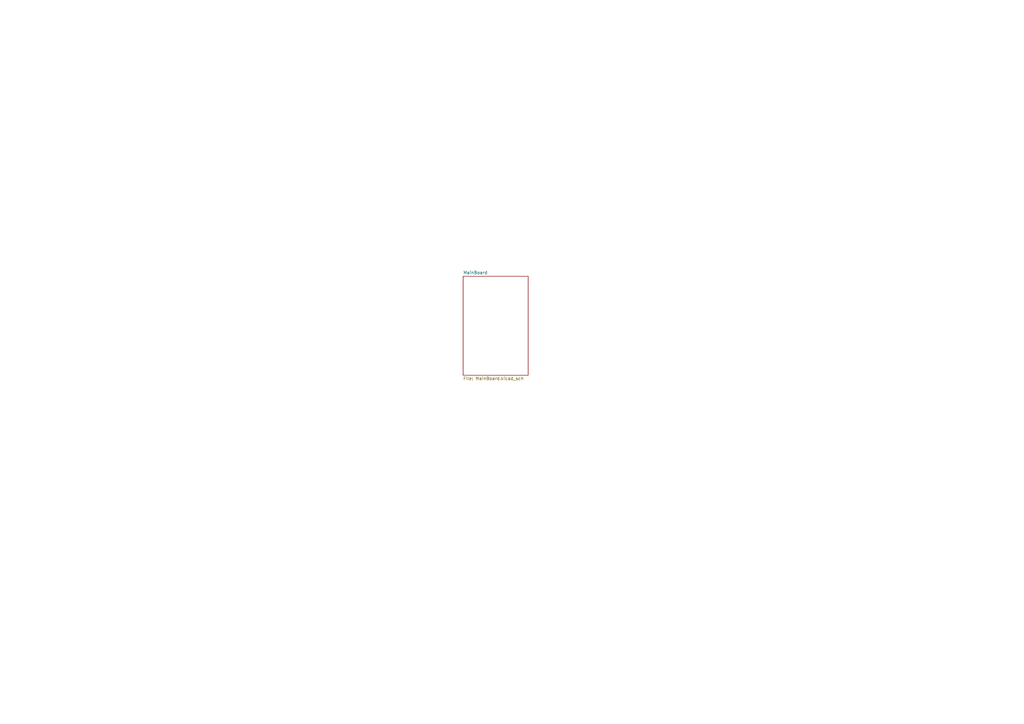
<source format=kicad_sch>
(kicad_sch (version 20230121) (generator eeschema)
  (paper "A3")
  (lib_symbols)
  (sheet (at 189.9412 113.284) (size 26.67 40.64)
    (property "Sheetname" "MainBoard" (at 189.9412 112.5724 0) (effects (justify left bottom)))
    (property "Sheetfile" "MainBoard.kicad_sch" (at 189.9412 154.5086 0) (effects (justify left top)))
  )
)
</source>
